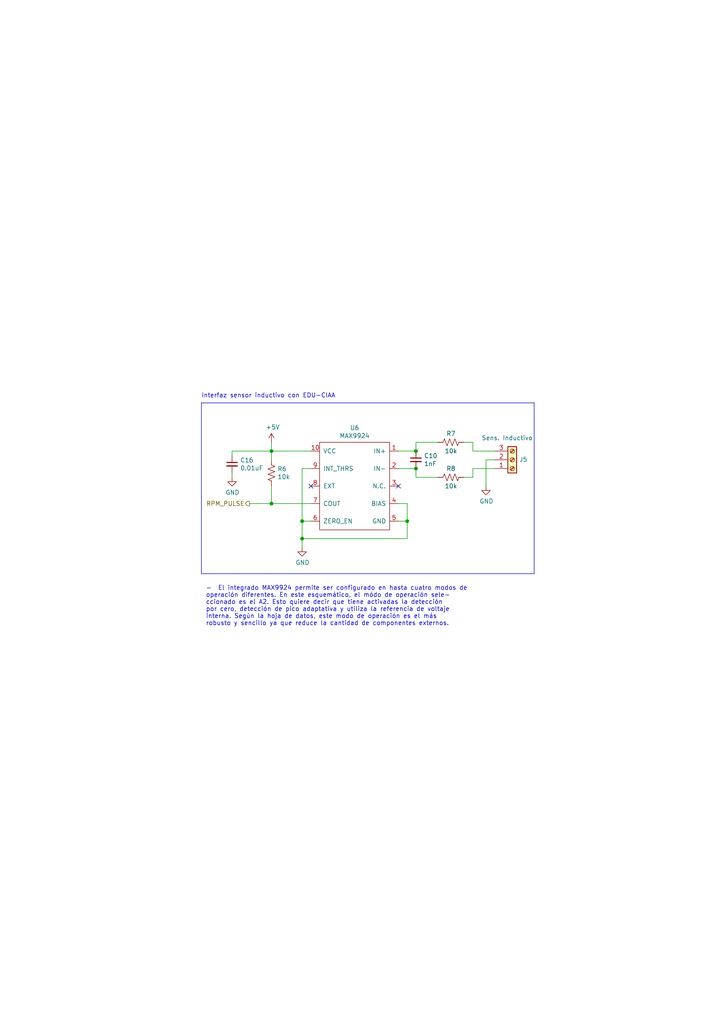
<source format=kicad_sch>
(kicad_sch (version 20230121) (generator eeschema)
  (paper "A4" portrait)
  (title_block (title "Interfaz sensor RPM") (date "2021-12-19") (rev "1.0") (company "Autor: Ignacio Moya") (comment 1 "Especialización en Sistemas Embebidos 2021 - FIUBA"))
  (lib_symbols
    (symbol "Connector:Screw_Terminal_01x03" (pin_names (offset 1.016) hide)
      (property "Reference" "J" (at 0 5.08 0))
      (property "Value" "Screw_Terminal_01x03" (at 0 -5.08 0))
      (symbol "Screw_Terminal_01x03_1_1"
        (rectangle (start -1.27 3.81) (end 1.27 -3.81) (stroke (width 0.254)) (fill (type background)))
        (circle (center 0 -2.54) (radius 0.635) (stroke (width 0.1524)))
        (polyline (pts (xy -0.5334 -2.2098) (xy 0.3302 -3.048)) (stroke (width 0.1524)))
        (polyline (pts (xy -0.5334 0.3302) (xy 0.3302 -0.508)) (stroke (width 0.1524)))
        (polyline (pts (xy -0.5334 2.8702) (xy 0.3302 2.032)) (stroke (width 0.1524)))
        (polyline (pts (xy -0.3556 -2.032) (xy 0.508 -2.8702)) (stroke (width 0.1524)))
        (polyline (pts (xy -0.3556 0.508) (xy 0.508 -0.3302)) (stroke (width 0.1524)))
        (polyline (pts (xy -0.3556 3.048) (xy 0.508 2.2098)) (stroke (width 0.1524)))
        (circle (center 0 0) (radius 0.635) (stroke (width 0.1524)))
        (circle (center 0 2.54) (radius 0.635) (stroke (width 0.1524)))
        (pin passive line (at -5.08 2.54 0) (length 3.81) (name "Pin_1") (number "1"))
        (pin passive line (at -5.08 0 0) (length 3.81) (name "Pin_2") (number "2"))
        (pin passive line (at -5.08 -2.54 0) (length 3.81) (name "Pin_3") (number "3"))
      )
    )
    (symbol "Device:C_Small" (pin_numbers hide) (pin_names (offset 0.254) hide)
      (property "Reference" "C" (at 0.254 1.778 0))
      (property "Value" "C_Small" (at 0.254 -2.032 0))
      (symbol "C_Small_0_1"
        (polyline (pts (xy -1.524 -0.508) (xy 1.524 -0.508)) (stroke (width 0.3302)))
        (polyline (pts (xy -1.524 0.508) (xy 1.524 0.508)) (stroke (width 0.3048)))
      )
      (symbol "C_Small_1_1"
        (pin passive line (at 0 2.54 270) (length 2.032) (name "~") (number "1"))
        (pin passive line (at 0 -2.54 90) (length 2.032) (name "~") (number "2"))
      )
    )
    (symbol "Device:R_US" (pin_numbers hide) (pin_names (offset 0))
      (property "Reference" "R" (at 2.54 0 90))
      (property "Value" "R_US" (at -2.54 0 90))
      (symbol "R_US_0_1"
        (polyline (pts (xy 0 -2.286) (xy 0 -2.54)))
        (polyline (pts (xy 0 2.286) (xy 0 2.54)))
        (polyline (pts (xy 0 -0.762) (xy 1.016 -1.143) (xy 0 -1.524) (xy -1.016 -1.905) (xy 0 -2.286)))
        (polyline (pts (xy 0 0.762) (xy 1.016 0.381) (xy 0 0) (xy -1.016 -0.381) (xy 0 -0.762)))
        (polyline (pts (xy 0 2.286) (xy 1.016 1.905) (xy 0 1.524) (xy -1.016 1.143) (xy 0 0.762)))
      )
      (symbol "R_US_1_1"
        (pin passive line (at 0 3.81 270) (length 1.27) (name "~") (number "1"))
        (pin passive line (at 0 -3.81 90) (length 1.27) (name "~") (number "2"))
      )
    )
    (symbol "MAX9924-27:MAX9924" (pin_names (offset 1.016))
      (property "Reference" "U" (at 0 15.24 0))
      (property "Value" "MAX9924" (at 0 -13.97 0))
      (symbol "MAX9924_0_1"
        (rectangle (start -10.16 12.7) (end 10.16 -12.7))
      )
      (symbol "MAX9924_1_1"
        (pin input line (at -12.7 10.16 0) (length 2.54) (name "IN+") (number "1"))
        (pin power_in line (at 12.7 10.16 180) (length 2.54) (name "VCC") (number "10"))
        (pin input line (at -12.7 5.08 0) (length 2.54) (name "IN-") (number "2"))
        (pin passive line (at -12.7 0 0) (length 2.54) (name "N.C.") (number "3"))
        (pin input line (at -12.7 -5.08 0) (length 2.54) (name "BIAS") (number "4"))
        (pin passive line (at -12.7 -10.16 0) (length 2.54) (name "GND") (number "5"))
        (pin passive line (at 12.7 -10.16 180) (length 2.54) (name "ZERO_EN") (number "6"))
        (pin output line (at 12.7 -5.08 180) (length 2.54) (name "COUT") (number "7"))
        (pin passive line (at 12.7 0 180) (length 2.54) (name "EXT") (number "8"))
        (pin passive line (at 12.7 5.08 180) (length 2.54) (name "INT_THRS") (number "9"))
      )
    )
    (symbol "basico-rescue:+5V" (power) (pin_names (offset 0))
      (property "Value" "+5V" (at 0 3.556 0))
      (symbol "+5V_0_1"
        (polyline (pts (xy -0.762 1.27) (xy 0 2.54)))
        (polyline (pts (xy 0 0) (xy 0 2.54)))
        (polyline (pts (xy 0 2.54) (xy 0.762 1.27)))
      )
      (symbol "+5V_1_1"
        (pin power_in line (at 0 0 90) (length 0) hide (name "+5V") (number "1"))
      )
    )
    (symbol "basico-rescue:GND" (power) (pin_names (offset 0))
      (property "Value" "GND" (at 0 -3.81 0))
      (symbol "GND_0_1"
        (polyline (pts (xy 0 0) (xy 0 -1.27) (xy 1.27 -1.27) (xy 0 -2.54) (xy -1.27 -1.27) (xy 0 -1.27)))
      )
      (symbol "GND_1_1"
        (pin power_in line (at 0 0 270) (length 0) hide (name "GND") (number "1"))
      )
    )
  )
  (junction (at 87.63 156.21))
  (junction (at 120.65 135.89))
  (junction (at 78.74 130.81))
  (junction (at 120.65 130.81))
  (junction (at 78.74 146.05))
  (junction (at 118.11 151.13))
  (junction (at 87.63 151.13))
  (no_connect (at 115.57 140.97))
  (no_connect (at 90.17 140.97))
  (wire (pts (xy 78.74 140.97) (xy 78.74 146.05)))
  (wire (pts (xy 87.63 156.21) (xy 87.63 158.75)))
  (wire (pts (xy 118.11 156.21) (xy 87.63 156.21)))
  (wire (pts (xy 137.16 130.81) (xy 143.51 130.81)))
  (wire (pts (xy 120.65 135.89) (xy 120.65 138.43)))
  (wire (pts (xy 140.97 133.35) (xy 140.97 140.97)))
  (wire (pts (xy 134.62 128.27) (xy 137.16 128.27)))
  (polyline (pts (xy 154.94 166.37) (xy 58.42 166.37)))
  (polyline (pts (xy 58.42 166.37) (xy 58.42 116.84)))
  (wire (pts (xy 67.31 130.81) (xy 78.74 130.81)))
  (wire (pts (xy 90.17 135.89) (xy 87.63 135.89)))
  (wire (pts (xy 78.74 128.27) (xy 78.74 130.81)))
  (wire (pts (xy 115.57 130.81) (xy 120.65 130.81)))
  (wire (pts (xy 90.17 130.81) (xy 78.74 130.81)))
  (wire (pts (xy 67.31 132.08) (xy 67.31 130.81)))
  (wire (pts (xy 87.63 151.13) (xy 87.63 156.21)))
  (wire (pts (xy 67.31 138.43) (xy 67.31 137.16)))
  (wire (pts (xy 137.16 138.43) (xy 137.16 135.89)))
  (wire (pts (xy 143.51 133.35) (xy 140.97 133.35)))
  (wire (pts (xy 87.63 135.89) (xy 87.63 151.13)))
  (wire (pts (xy 137.16 135.89) (xy 143.51 135.89)))
  (wire (pts (xy 118.11 151.13) (xy 118.11 156.21)))
  (wire (pts (xy 137.16 128.27) (xy 137.16 130.81)))
  (wire (pts (xy 120.65 130.81) (xy 120.65 128.27)))
  (wire (pts (xy 120.65 138.43) (xy 127 138.43)))
  (wire (pts (xy 134.62 138.43) (xy 137.16 138.43)))
  (wire (pts (xy 115.57 135.89) (xy 120.65 135.89)))
  (wire (pts (xy 120.65 128.27) (xy 127 128.27)))
  (polyline (pts (xy 154.94 116.84) (xy 154.94 166.37)))
  (wire (pts (xy 78.74 130.81) (xy 78.74 133.35)))
  (polyline (pts (xy 58.42 116.84) (xy 154.94 116.84)))
  (wire (pts (xy 78.74 146.05) (xy 90.17 146.05)))
  (wire (pts (xy 115.57 146.05) (xy 118.11 146.05)))
  (wire (pts (xy 72.39 146.05) (xy 78.74 146.05)))
  (wire (pts (xy 90.17 151.13) (xy 87.63 151.13)))
  (wire (pts (xy 118.11 146.05) (xy 118.11 151.13)))
  (wire (pts (xy 115.57 151.13) (xy 118.11 151.13)))
  (text "-  El integrado MAX9924 permite ser configurado en hasta cuatro modos de\noperación diferentes. En este esquemático, el módo de operación sele-\nccionado es el A2. Esto quiere decir que tiene activadas la detección\npor cero, detección de pico adaptativa y utiliza la referencia de voltaje\ninterna. Según la hoja de datos, este modo de operación es el más\nrobusto y sencillo ya que reduce la cantidad de componentes externos." (at 59.69 181.61 0) (effects (font (size 1.27 1.27)) (justify left bottom)))
  (text "Interfaz sensor inductivo con EDU-CIAA" (at 58.42 115.57 0) (effects (font (size 1.27 1.27)) (justify left bottom)))
  (hierarchical_label "RPM_PULSE" (shape output) (at 72.39 146.05 180))
  (symbol (lib_id "MAX9924-27:MAX9924") (at 102.87 140.97 0) (mirror y) (unit 1)
    (property "Reference" "U6" (at 102.87 124.079 0))
    (property "Value" "MAX9924" (at 102.87 126.3904 0))
    (property "Footprint" "umax:UMAX10" (effects hide))
  )
  (symbol (lib_id "Device:R_US") (at 130.81 128.27 270) (unit 1)
    (property "Reference" "R7" (at 130.81 125.73 90))
    (property "Value" "10k" (at 130.81 130.81 90))
    (property "Footprint" "Resistor_SMD:R_0805_2012Metric_Pad1.15x1.40mm_HandSolder" (effects hide))
  )
  (symbol (lib_id "Device:R_US") (at 130.81 138.43 270) (unit 1)
    (property "Reference" "R8" (at 130.81 135.89 90))
    (property "Value" "10k" (at 130.81 140.97 90))
    (property "Footprint" "Resistor_SMD:R_0805_2012Metric_Pad1.15x1.40mm_HandSolder" (effects hide))
  )
  (symbol (lib_id "Device:R_US") (at 78.74 137.16 0) (unit 1)
    (property "Reference" "R6" (at 80.4672 135.9916 0) (effects (justify left)))
    (property "Value" "10k" (at 80.4672 138.303 0) (effects (justify left)))
    (property "Footprint" "Resistor_SMD:R_0805_2012Metric_Pad1.15x1.40mm_HandSolder" (effects hide))
  )
  (symbol (lib_id "Device:C_Small") (at 120.65 133.35 0) (unit 1)
    (property "Reference" "C10" (at 122.9868 132.1816 0) (effects (justify left)))
    (property "Value" "1nF" (at 122.9868 134.493 0) (effects (justify left)))
    (property "Footprint" "Capacitor_SMD:C_0805_2012Metric_Pad1.15x1.40mm_HandSolder" (effects hide))
  )
  (symbol (lib_id "basico-rescue:GND") (at 87.63 158.75 0) (unit 1)
    (property "Reference" "#PWR030" (effects hide))
    (property "Value" "GND" (at 87.757 163.1442 0))
  )
  (symbol (lib_id "basico-rescue:+5V") (at 78.74 128.27 0) (unit 1)
    (property "Reference" "#PWR029" (effects hide))
    (property "Value" "+5V" (at 79.121 123.8758 0))
  )
  (symbol (lib_id "Connector:Screw_Terminal_01x03") (at 148.59 133.35 0) (mirror x) (unit 1)
    (property "Reference" "J5" (at 150.622 133.2484 0) (effects (justify left)))
    (property "Value" "Sens. Inductivo" (at 139.7 127 0) (effects (justify left)))
    (property "Footprint" "TerminalBlock:TerminalBlock_bornier-3_P5.08mm" (effects hide))
  )
  (symbol (lib_id "basico-rescue:GND") (at 140.97 140.97 0) (unit 1)
    (property "Reference" "#PWR031" (effects hide))
    (property "Value" "GND" (at 141.097 145.3642 0))
  )
  (symbol (lib_id "Device:C_Small") (at 67.31 134.62 0) (unit 1)
    (property "Reference" "C16" (at 69.6468 133.4516 0) (effects (justify left)))
    (property "Value" "0.01uF" (at 69.6468 135.763 0) (effects (justify left)))
    (property "Footprint" "Capacitor_SMD:C_0805_2012Metric_Pad1.15x1.40mm_HandSolder" (effects hide))
  )
  (symbol (lib_id "basico-rescue:GND") (at 67.31 138.43 0) (unit 1)
    (property "Reference" "#PWR0109" (effects hide))
    (property "Value" "GND" (at 67.437 142.8242 0))
  )
)
</source>
